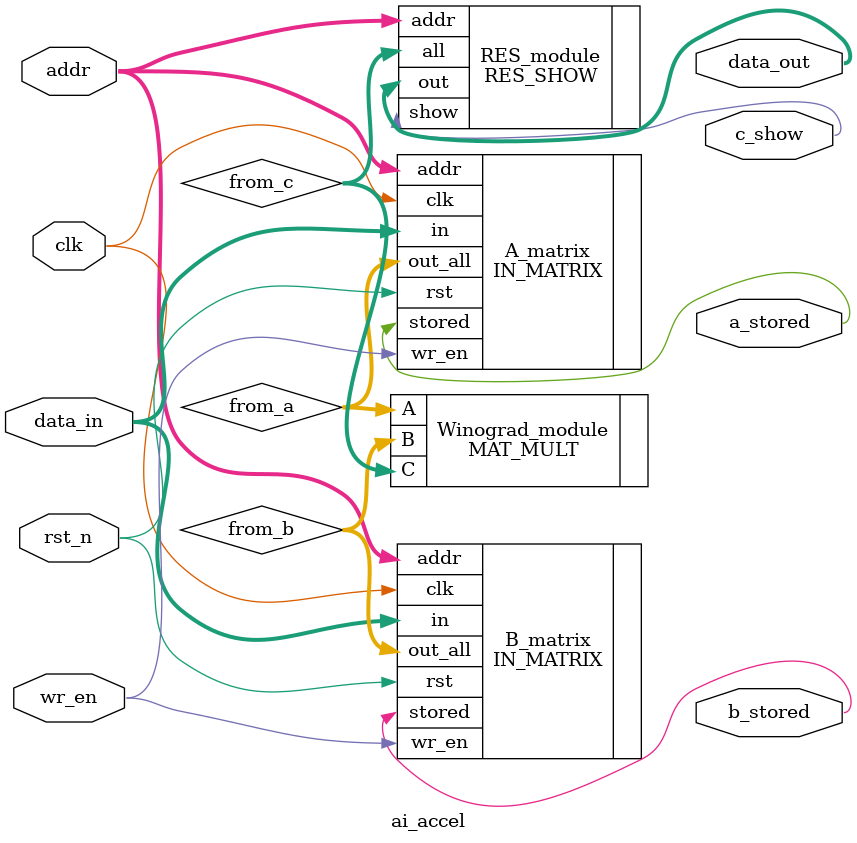
<source format=sv>
`timescale 1ns/1ps

module ai_accel #(parameter BITS=8, N=8, WIDTH=4, ADDR_WIDTH=10, OFFCET=10'd128)
					(input rst_n,
					 input clk,
					 input [ADDR_WIDTH-1:0] addr,
					 input wr_en,
					 input [WIDTH*BITS-1:0] data_in,
					 output [WIDTH*BITS-1:0] data_out,
					 output a_stored,
					 output b_stored,
					 output c_show);
	 
	 
 localparam [ADDR_WIDTH-1:0]a_offcet = OFFCET;
 localparam [ADDR_WIDTH-1:0]b_offcet = a_offcet + N*N*BITS/8;
 localparam [ADDR_WIDTH-1:0]c_offcet = b_offcet + N*N*BITS/8;
	 
 wire [N*N*BITS-1:0] from_a, from_b, from_c ;
 
	 
 
	IN_MATRIX #(.BITS(BITS), .N(N), .WIDTH(WIDTH), .ADDR_WIDTH(ADDR_WIDTH), .OFFCET(a_offcet)) A_matrix
					(.in(data_in),
					.addr(addr),
					.rst(rst_n),
					.clk(clk),
					.wr_en(wr_en),
					.out_all(from_a),
					.stored(a_stored));

	IN_MATRIX #(.BITS(BITS), .N(N), .WIDTH(WIDTH), .ADDR_WIDTH(ADDR_WIDTH), .OFFCET(b_offcet)) B_matrix
					(.in(data_in),
					.addr(addr),
					.rst(rst_n),
					.clk(clk),
					.wr_en(wr_en),
					.out_all(from_b),
					.stored(b_stored));

	MAT_MULT #(.BITS(BITS), .N(N)) Winograd_module
						(.A(from_a),
						 .B(from_b),
						 .C(from_c));
					
					
	RES_SHOW #(.BITS(BITS), .N(N), .WIDTH(WIDTH), .ADDR_WIDTH(ADDR_WIDTH), .OFFCET(c_offcet)) RES_module
						(.addr(addr),
						.all(from_c),
						.out(data_out),
						.show(c_show));
	 
endmodule


</source>
